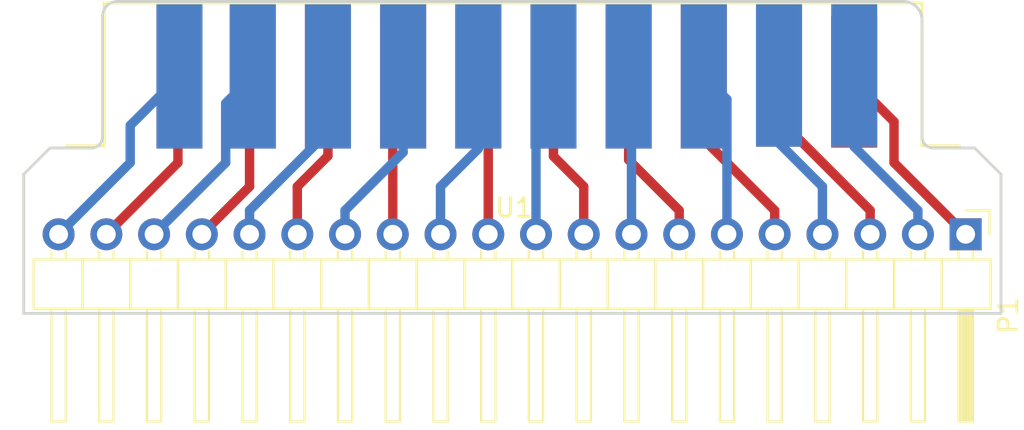
<source format=kicad_pcb>
(kicad_pcb (version 4) (host pcbnew 4.0.4-stable)

  (general
    (links 20)
    (no_connects 0)
    (area 121.215 85.204999 176.065 108.415001)
    (thickness 1.6)
    (drawings 15)
    (tracks 56)
    (zones 0)
    (modules 2)
    (nets 21)
  )

  (page A4)
  (layers
    (0 F.Cu signal)
    (31 B.Cu signal)
    (32 B.Adhes user)
    (33 F.Adhes user)
    (34 B.Paste user)
    (35 F.Paste user)
    (36 B.SilkS user)
    (37 F.SilkS user)
    (38 B.Mask user)
    (39 F.Mask user)
    (40 Dwgs.User user)
    (41 Cmts.User user)
    (42 Eco1.User user)
    (43 Eco2.User user)
    (44 Edge.Cuts user)
    (45 Margin user)
    (46 B.CrtYd user)
    (47 F.CrtYd user)
    (48 B.Fab user)
    (49 F.Fab user)
  )

  (setup
    (last_trace_width 0.5)
    (trace_clearance 0.2)
    (zone_clearance 0.508)
    (zone_45_only no)
    (trace_min 0.2)
    (segment_width 0.2)
    (edge_width 0.15)
    (via_size 0.6)
    (via_drill 0.4)
    (via_min_size 0.4)
    (via_min_drill 0.3)
    (uvia_size 0.3)
    (uvia_drill 0.1)
    (uvias_allowed no)
    (uvia_min_size 0.2)
    (uvia_min_drill 0.1)
    (pcb_text_width 0.3)
    (pcb_text_size 1.5 1.5)
    (mod_edge_width 0.15)
    (mod_text_size 1 1)
    (mod_text_width 0.15)
    (pad_size 1.524 1.524)
    (pad_drill 0.762)
    (pad_to_mask_clearance 0.2)
    (aux_axis_origin 0 0)
    (visible_elements FFFFFF7F)
    (pcbplotparams
      (layerselection 0x01000_80000001)
      (usegerberextensions false)
      (excludeedgelayer true)
      (linewidth 0.100000)
      (plotframeref false)
      (viasonmask false)
      (mode 1)
      (useauxorigin false)
      (hpglpennumber 1)
      (hpglpenspeed 20)
      (hpglpendiameter 15)
      (hpglpenoverlay 2)
      (psnegative false)
      (psa4output false)
      (plotreference true)
      (plotvalue true)
      (plotinvisibletext false)
      (padsonsilk false)
      (subtractmaskfromsilk false)
      (outputformat 1)
      (mirror false)
      (drillshape 0)
      (scaleselection 1)
      (outputdirectory CardEdge_BreadboardBreakout/))
  )

  (net 0 "")
  (net 1 "Net-(P1-Pad1)")
  (net 2 "Net-(P1-Pad2)")
  (net 3 "Net-(P1-Pad3)")
  (net 4 "Net-(P1-Pad4)")
  (net 5 "Net-(P1-Pad5)")
  (net 6 "Net-(P1-Pad6)")
  (net 7 "Net-(P1-Pad7)")
  (net 8 "Net-(P1-Pad8)")
  (net 9 "Net-(P1-Pad9)")
  (net 10 "Net-(P1-Pad10)")
  (net 11 "Net-(P1-Pad11)")
  (net 12 "Net-(P1-Pad12)")
  (net 13 "Net-(P1-Pad13)")
  (net 14 "Net-(P1-Pad14)")
  (net 15 "Net-(P1-Pad15)")
  (net 16 "Net-(P1-Pad16)")
  (net 17 "Net-(P1-Pad17)")
  (net 18 "Net-(P1-Pad18)")
  (net 19 "Net-(P1-Pad19)")
  (net 20 "Net-(P1-Pad20)")

  (net_class Default "This is the default net class."
    (clearance 0.2)
    (trace_width 0.5)
    (via_dia 0.6)
    (via_drill 0.4)
    (uvia_dia 0.3)
    (uvia_drill 0.1)
    (add_net "Net-(P1-Pad1)")
    (add_net "Net-(P1-Pad10)")
    (add_net "Net-(P1-Pad11)")
    (add_net "Net-(P1-Pad12)")
    (add_net "Net-(P1-Pad13)")
    (add_net "Net-(P1-Pad14)")
    (add_net "Net-(P1-Pad15)")
    (add_net "Net-(P1-Pad16)")
    (add_net "Net-(P1-Pad17)")
    (add_net "Net-(P1-Pad18)")
    (add_net "Net-(P1-Pad19)")
    (add_net "Net-(P1-Pad2)")
    (add_net "Net-(P1-Pad20)")
    (add_net "Net-(P1-Pad3)")
    (add_net "Net-(P1-Pad4)")
    (add_net "Net-(P1-Pad5)")
    (add_net "Net-(P1-Pad6)")
    (add_net "Net-(P1-Pad7)")
    (add_net "Net-(P1-Pad8)")
    (add_net "Net-(P1-Pad9)")
  )

  (module Pin_Headers:Pin_Header_Angled_1x20_Pitch2.54mm (layer F.Cu) (tedit 58CD4EC2) (tstamp 591A2548)
    (at 172.72 97.79 270)
    (descr "Through hole angled pin header, 1x20, 2.54mm pitch, 6mm pin length, single row")
    (tags "Through hole angled pin header THT 1x20 2.54mm single row")
    (path /591A2C6B)
    (fp_text reference P1 (at 4.315 -2.27 270) (layer F.SilkS)
      (effects (font (size 1 1) (thickness 0.15)))
    )
    (fp_text value CONN_01X20 (at 4.315 50.53 270) (layer F.Fab)
      (effects (font (size 1 1) (thickness 0.15)))
    )
    (fp_line (start 1.4 -1.27) (end 1.4 1.27) (layer F.Fab) (width 0.1))
    (fp_line (start 1.4 1.27) (end 3.9 1.27) (layer F.Fab) (width 0.1))
    (fp_line (start 3.9 1.27) (end 3.9 -1.27) (layer F.Fab) (width 0.1))
    (fp_line (start 3.9 -1.27) (end 1.4 -1.27) (layer F.Fab) (width 0.1))
    (fp_line (start 0 -0.32) (end 0 0.32) (layer F.Fab) (width 0.1))
    (fp_line (start 0 0.32) (end 9.9 0.32) (layer F.Fab) (width 0.1))
    (fp_line (start 9.9 0.32) (end 9.9 -0.32) (layer F.Fab) (width 0.1))
    (fp_line (start 9.9 -0.32) (end 0 -0.32) (layer F.Fab) (width 0.1))
    (fp_line (start 1.4 1.27) (end 1.4 3.81) (layer F.Fab) (width 0.1))
    (fp_line (start 1.4 3.81) (end 3.9 3.81) (layer F.Fab) (width 0.1))
    (fp_line (start 3.9 3.81) (end 3.9 1.27) (layer F.Fab) (width 0.1))
    (fp_line (start 3.9 1.27) (end 1.4 1.27) (layer F.Fab) (width 0.1))
    (fp_line (start 0 2.22) (end 0 2.86) (layer F.Fab) (width 0.1))
    (fp_line (start 0 2.86) (end 9.9 2.86) (layer F.Fab) (width 0.1))
    (fp_line (start 9.9 2.86) (end 9.9 2.22) (layer F.Fab) (width 0.1))
    (fp_line (start 9.9 2.22) (end 0 2.22) (layer F.Fab) (width 0.1))
    (fp_line (start 1.4 3.81) (end 1.4 6.35) (layer F.Fab) (width 0.1))
    (fp_line (start 1.4 6.35) (end 3.9 6.35) (layer F.Fab) (width 0.1))
    (fp_line (start 3.9 6.35) (end 3.9 3.81) (layer F.Fab) (width 0.1))
    (fp_line (start 3.9 3.81) (end 1.4 3.81) (layer F.Fab) (width 0.1))
    (fp_line (start 0 4.76) (end 0 5.4) (layer F.Fab) (width 0.1))
    (fp_line (start 0 5.4) (end 9.9 5.4) (layer F.Fab) (width 0.1))
    (fp_line (start 9.9 5.4) (end 9.9 4.76) (layer F.Fab) (width 0.1))
    (fp_line (start 9.9 4.76) (end 0 4.76) (layer F.Fab) (width 0.1))
    (fp_line (start 1.4 6.35) (end 1.4 8.89) (layer F.Fab) (width 0.1))
    (fp_line (start 1.4 8.89) (end 3.9 8.89) (layer F.Fab) (width 0.1))
    (fp_line (start 3.9 8.89) (end 3.9 6.35) (layer F.Fab) (width 0.1))
    (fp_line (start 3.9 6.35) (end 1.4 6.35) (layer F.Fab) (width 0.1))
    (fp_line (start 0 7.3) (end 0 7.94) (layer F.Fab) (width 0.1))
    (fp_line (start 0 7.94) (end 9.9 7.94) (layer F.Fab) (width 0.1))
    (fp_line (start 9.9 7.94) (end 9.9 7.3) (layer F.Fab) (width 0.1))
    (fp_line (start 9.9 7.3) (end 0 7.3) (layer F.Fab) (width 0.1))
    (fp_line (start 1.4 8.89) (end 1.4 11.43) (layer F.Fab) (width 0.1))
    (fp_line (start 1.4 11.43) (end 3.9 11.43) (layer F.Fab) (width 0.1))
    (fp_line (start 3.9 11.43) (end 3.9 8.89) (layer F.Fab) (width 0.1))
    (fp_line (start 3.9 8.89) (end 1.4 8.89) (layer F.Fab) (width 0.1))
    (fp_line (start 0 9.84) (end 0 10.48) (layer F.Fab) (width 0.1))
    (fp_line (start 0 10.48) (end 9.9 10.48) (layer F.Fab) (width 0.1))
    (fp_line (start 9.9 10.48) (end 9.9 9.84) (layer F.Fab) (width 0.1))
    (fp_line (start 9.9 9.84) (end 0 9.84) (layer F.Fab) (width 0.1))
    (fp_line (start 1.4 11.43) (end 1.4 13.97) (layer F.Fab) (width 0.1))
    (fp_line (start 1.4 13.97) (end 3.9 13.97) (layer F.Fab) (width 0.1))
    (fp_line (start 3.9 13.97) (end 3.9 11.43) (layer F.Fab) (width 0.1))
    (fp_line (start 3.9 11.43) (end 1.4 11.43) (layer F.Fab) (width 0.1))
    (fp_line (start 0 12.38) (end 0 13.02) (layer F.Fab) (width 0.1))
    (fp_line (start 0 13.02) (end 9.9 13.02) (layer F.Fab) (width 0.1))
    (fp_line (start 9.9 13.02) (end 9.9 12.38) (layer F.Fab) (width 0.1))
    (fp_line (start 9.9 12.38) (end 0 12.38) (layer F.Fab) (width 0.1))
    (fp_line (start 1.4 13.97) (end 1.4 16.51) (layer F.Fab) (width 0.1))
    (fp_line (start 1.4 16.51) (end 3.9 16.51) (layer F.Fab) (width 0.1))
    (fp_line (start 3.9 16.51) (end 3.9 13.97) (layer F.Fab) (width 0.1))
    (fp_line (start 3.9 13.97) (end 1.4 13.97) (layer F.Fab) (width 0.1))
    (fp_line (start 0 14.92) (end 0 15.56) (layer F.Fab) (width 0.1))
    (fp_line (start 0 15.56) (end 9.9 15.56) (layer F.Fab) (width 0.1))
    (fp_line (start 9.9 15.56) (end 9.9 14.92) (layer F.Fab) (width 0.1))
    (fp_line (start 9.9 14.92) (end 0 14.92) (layer F.Fab) (width 0.1))
    (fp_line (start 1.4 16.51) (end 1.4 19.05) (layer F.Fab) (width 0.1))
    (fp_line (start 1.4 19.05) (end 3.9 19.05) (layer F.Fab) (width 0.1))
    (fp_line (start 3.9 19.05) (end 3.9 16.51) (layer F.Fab) (width 0.1))
    (fp_line (start 3.9 16.51) (end 1.4 16.51) (layer F.Fab) (width 0.1))
    (fp_line (start 0 17.46) (end 0 18.1) (layer F.Fab) (width 0.1))
    (fp_line (start 0 18.1) (end 9.9 18.1) (layer F.Fab) (width 0.1))
    (fp_line (start 9.9 18.1) (end 9.9 17.46) (layer F.Fab) (width 0.1))
    (fp_line (start 9.9 17.46) (end 0 17.46) (layer F.Fab) (width 0.1))
    (fp_line (start 1.4 19.05) (end 1.4 21.59) (layer F.Fab) (width 0.1))
    (fp_line (start 1.4 21.59) (end 3.9 21.59) (layer F.Fab) (width 0.1))
    (fp_line (start 3.9 21.59) (end 3.9 19.05) (layer F.Fab) (width 0.1))
    (fp_line (start 3.9 19.05) (end 1.4 19.05) (layer F.Fab) (width 0.1))
    (fp_line (start 0 20) (end 0 20.64) (layer F.Fab) (width 0.1))
    (fp_line (start 0 20.64) (end 9.9 20.64) (layer F.Fab) (width 0.1))
    (fp_line (start 9.9 20.64) (end 9.9 20) (layer F.Fab) (width 0.1))
    (fp_line (start 9.9 20) (end 0 20) (layer F.Fab) (width 0.1))
    (fp_line (start 1.4 21.59) (end 1.4 24.13) (layer F.Fab) (width 0.1))
    (fp_line (start 1.4 24.13) (end 3.9 24.13) (layer F.Fab) (width 0.1))
    (fp_line (start 3.9 24.13) (end 3.9 21.59) (layer F.Fab) (width 0.1))
    (fp_line (start 3.9 21.59) (end 1.4 21.59) (layer F.Fab) (width 0.1))
    (fp_line (start 0 22.54) (end 0 23.18) (layer F.Fab) (width 0.1))
    (fp_line (start 0 23.18) (end 9.9 23.18) (layer F.Fab) (width 0.1))
    (fp_line (start 9.9 23.18) (end 9.9 22.54) (layer F.Fab) (width 0.1))
    (fp_line (start 9.9 22.54) (end 0 22.54) (layer F.Fab) (width 0.1))
    (fp_line (start 1.4 24.13) (end 1.4 26.67) (layer F.Fab) (width 0.1))
    (fp_line (start 1.4 26.67) (end 3.9 26.67) (layer F.Fab) (width 0.1))
    (fp_line (start 3.9 26.67) (end 3.9 24.13) (layer F.Fab) (width 0.1))
    (fp_line (start 3.9 24.13) (end 1.4 24.13) (layer F.Fab) (width 0.1))
    (fp_line (start 0 25.08) (end 0 25.72) (layer F.Fab) (width 0.1))
    (fp_line (start 0 25.72) (end 9.9 25.72) (layer F.Fab) (width 0.1))
    (fp_line (start 9.9 25.72) (end 9.9 25.08) (layer F.Fab) (width 0.1))
    (fp_line (start 9.9 25.08) (end 0 25.08) (layer F.Fab) (width 0.1))
    (fp_line (start 1.4 26.67) (end 1.4 29.21) (layer F.Fab) (width 0.1))
    (fp_line (start 1.4 29.21) (end 3.9 29.21) (layer F.Fab) (width 0.1))
    (fp_line (start 3.9 29.21) (end 3.9 26.67) (layer F.Fab) (width 0.1))
    (fp_line (start 3.9 26.67) (end 1.4 26.67) (layer F.Fab) (width 0.1))
    (fp_line (start 0 27.62) (end 0 28.26) (layer F.Fab) (width 0.1))
    (fp_line (start 0 28.26) (end 9.9 28.26) (layer F.Fab) (width 0.1))
    (fp_line (start 9.9 28.26) (end 9.9 27.62) (layer F.Fab) (width 0.1))
    (fp_line (start 9.9 27.62) (end 0 27.62) (layer F.Fab) (width 0.1))
    (fp_line (start 1.4 29.21) (end 1.4 31.75) (layer F.Fab) (width 0.1))
    (fp_line (start 1.4 31.75) (end 3.9 31.75) (layer F.Fab) (width 0.1))
    (fp_line (start 3.9 31.75) (end 3.9 29.21) (layer F.Fab) (width 0.1))
    (fp_line (start 3.9 29.21) (end 1.4 29.21) (layer F.Fab) (width 0.1))
    (fp_line (start 0 30.16) (end 0 30.8) (layer F.Fab) (width 0.1))
    (fp_line (start 0 30.8) (end 9.9 30.8) (layer F.Fab) (width 0.1))
    (fp_line (start 9.9 30.8) (end 9.9 30.16) (layer F.Fab) (width 0.1))
    (fp_line (start 9.9 30.16) (end 0 30.16) (layer F.Fab) (width 0.1))
    (fp_line (start 1.4 31.75) (end 1.4 34.29) (layer F.Fab) (width 0.1))
    (fp_line (start 1.4 34.29) (end 3.9 34.29) (layer F.Fab) (width 0.1))
    (fp_line (start 3.9 34.29) (end 3.9 31.75) (layer F.Fab) (width 0.1))
    (fp_line (start 3.9 31.75) (end 1.4 31.75) (layer F.Fab) (width 0.1))
    (fp_line (start 0 32.7) (end 0 33.34) (layer F.Fab) (width 0.1))
    (fp_line (start 0 33.34) (end 9.9 33.34) (layer F.Fab) (width 0.1))
    (fp_line (start 9.9 33.34) (end 9.9 32.7) (layer F.Fab) (width 0.1))
    (fp_line (start 9.9 32.7) (end 0 32.7) (layer F.Fab) (width 0.1))
    (fp_line (start 1.4 34.29) (end 1.4 36.83) (layer F.Fab) (width 0.1))
    (fp_line (start 1.4 36.83) (end 3.9 36.83) (layer F.Fab) (width 0.1))
    (fp_line (start 3.9 36.83) (end 3.9 34.29) (layer F.Fab) (width 0.1))
    (fp_line (start 3.9 34.29) (end 1.4 34.29) (layer F.Fab) (width 0.1))
    (fp_line (start 0 35.24) (end 0 35.88) (layer F.Fab) (width 0.1))
    (fp_line (start 0 35.88) (end 9.9 35.88) (layer F.Fab) (width 0.1))
    (fp_line (start 9.9 35.88) (end 9.9 35.24) (layer F.Fab) (width 0.1))
    (fp_line (start 9.9 35.24) (end 0 35.24) (layer F.Fab) (width 0.1))
    (fp_line (start 1.4 36.83) (end 1.4 39.37) (layer F.Fab) (width 0.1))
    (fp_line (start 1.4 39.37) (end 3.9 39.37) (layer F.Fab) (width 0.1))
    (fp_line (start 3.9 39.37) (end 3.9 36.83) (layer F.Fab) (width 0.1))
    (fp_line (start 3.9 36.83) (end 1.4 36.83) (layer F.Fab) (width 0.1))
    (fp_line (start 0 37.78) (end 0 38.42) (layer F.Fab) (width 0.1))
    (fp_line (start 0 38.42) (end 9.9 38.42) (layer F.Fab) (width 0.1))
    (fp_line (start 9.9 38.42) (end 9.9 37.78) (layer F.Fab) (width 0.1))
    (fp_line (start 9.9 37.78) (end 0 37.78) (layer F.Fab) (width 0.1))
    (fp_line (start 1.4 39.37) (end 1.4 41.91) (layer F.Fab) (width 0.1))
    (fp_line (start 1.4 41.91) (end 3.9 41.91) (layer F.Fab) (width 0.1))
    (fp_line (start 3.9 41.91) (end 3.9 39.37) (layer F.Fab) (width 0.1))
    (fp_line (start 3.9 39.37) (end 1.4 39.37) (layer F.Fab) (width 0.1))
    (fp_line (start 0 40.32) (end 0 40.96) (layer F.Fab) (width 0.1))
    (fp_line (start 0 40.96) (end 9.9 40.96) (layer F.Fab) (width 0.1))
    (fp_line (start 9.9 40.96) (end 9.9 40.32) (layer F.Fab) (width 0.1))
    (fp_line (start 9.9 40.32) (end 0 40.32) (layer F.Fab) (width 0.1))
    (fp_line (start 1.4 41.91) (end 1.4 44.45) (layer F.Fab) (width 0.1))
    (fp_line (start 1.4 44.45) (end 3.9 44.45) (layer F.Fab) (width 0.1))
    (fp_line (start 3.9 44.45) (end 3.9 41.91) (layer F.Fab) (width 0.1))
    (fp_line (start 3.9 41.91) (end 1.4 41.91) (layer F.Fab) (width 0.1))
    (fp_line (start 0 42.86) (end 0 43.5) (layer F.Fab) (width 0.1))
    (fp_line (start 0 43.5) (end 9.9 43.5) (layer F.Fab) (width 0.1))
    (fp_line (start 9.9 43.5) (end 9.9 42.86) (layer F.Fab) (width 0.1))
    (fp_line (start 9.9 42.86) (end 0 42.86) (layer F.Fab) (width 0.1))
    (fp_line (start 1.4 44.45) (end 1.4 46.99) (layer F.Fab) (width 0.1))
    (fp_line (start 1.4 46.99) (end 3.9 46.99) (layer F.Fab) (width 0.1))
    (fp_line (start 3.9 46.99) (end 3.9 44.45) (layer F.Fab) (width 0.1))
    (fp_line (start 3.9 44.45) (end 1.4 44.45) (layer F.Fab) (width 0.1))
    (fp_line (start 0 45.4) (end 0 46.04) (layer F.Fab) (width 0.1))
    (fp_line (start 0 46.04) (end 9.9 46.04) (layer F.Fab) (width 0.1))
    (fp_line (start 9.9 46.04) (end 9.9 45.4) (layer F.Fab) (width 0.1))
    (fp_line (start 9.9 45.4) (end 0 45.4) (layer F.Fab) (width 0.1))
    (fp_line (start 1.4 46.99) (end 1.4 49.53) (layer F.Fab) (width 0.1))
    (fp_line (start 1.4 49.53) (end 3.9 49.53) (layer F.Fab) (width 0.1))
    (fp_line (start 3.9 49.53) (end 3.9 46.99) (layer F.Fab) (width 0.1))
    (fp_line (start 3.9 46.99) (end 1.4 46.99) (layer F.Fab) (width 0.1))
    (fp_line (start 0 47.94) (end 0 48.58) (layer F.Fab) (width 0.1))
    (fp_line (start 0 48.58) (end 9.9 48.58) (layer F.Fab) (width 0.1))
    (fp_line (start 9.9 48.58) (end 9.9 47.94) (layer F.Fab) (width 0.1))
    (fp_line (start 9.9 47.94) (end 0 47.94) (layer F.Fab) (width 0.1))
    (fp_line (start 1.34 -1.33) (end 1.34 1.27) (layer F.SilkS) (width 0.12))
    (fp_line (start 1.34 1.27) (end 3.96 1.27) (layer F.SilkS) (width 0.12))
    (fp_line (start 3.96 1.27) (end 3.96 -1.33) (layer F.SilkS) (width 0.12))
    (fp_line (start 3.96 -1.33) (end 1.34 -1.33) (layer F.SilkS) (width 0.12))
    (fp_line (start 3.96 -0.38) (end 3.96 0.38) (layer F.SilkS) (width 0.12))
    (fp_line (start 3.96 0.38) (end 9.96 0.38) (layer F.SilkS) (width 0.12))
    (fp_line (start 9.96 0.38) (end 9.96 -0.38) (layer F.SilkS) (width 0.12))
    (fp_line (start 9.96 -0.38) (end 3.96 -0.38) (layer F.SilkS) (width 0.12))
    (fp_line (start 0.91 -0.38) (end 1.34 -0.38) (layer F.SilkS) (width 0.12))
    (fp_line (start 0.91 0.38) (end 1.34 0.38) (layer F.SilkS) (width 0.12))
    (fp_line (start 3.96 -0.26) (end 9.96 -0.26) (layer F.SilkS) (width 0.12))
    (fp_line (start 3.96 -0.14) (end 9.96 -0.14) (layer F.SilkS) (width 0.12))
    (fp_line (start 3.96 -0.02) (end 9.96 -0.02) (layer F.SilkS) (width 0.12))
    (fp_line (start 3.96 0.1) (end 9.96 0.1) (layer F.SilkS) (width 0.12))
    (fp_line (start 3.96 0.22) (end 9.96 0.22) (layer F.SilkS) (width 0.12))
    (fp_line (start 3.96 0.34) (end 9.96 0.34) (layer F.SilkS) (width 0.12))
    (fp_line (start 1.34 1.27) (end 1.34 3.81) (layer F.SilkS) (width 0.12))
    (fp_line (start 1.34 3.81) (end 3.96 3.81) (layer F.SilkS) (width 0.12))
    (fp_line (start 3.96 3.81) (end 3.96 1.27) (layer F.SilkS) (width 0.12))
    (fp_line (start 3.96 1.27) (end 1.34 1.27) (layer F.SilkS) (width 0.12))
    (fp_line (start 3.96 2.16) (end 3.96 2.92) (layer F.SilkS) (width 0.12))
    (fp_line (start 3.96 2.92) (end 9.96 2.92) (layer F.SilkS) (width 0.12))
    (fp_line (start 9.96 2.92) (end 9.96 2.16) (layer F.SilkS) (width 0.12))
    (fp_line (start 9.96 2.16) (end 3.96 2.16) (layer F.SilkS) (width 0.12))
    (fp_line (start 0.91 2.16) (end 1.34 2.16) (layer F.SilkS) (width 0.12))
    (fp_line (start 0.91 2.92) (end 1.34 2.92) (layer F.SilkS) (width 0.12))
    (fp_line (start 1.34 3.81) (end 1.34 6.35) (layer F.SilkS) (width 0.12))
    (fp_line (start 1.34 6.35) (end 3.96 6.35) (layer F.SilkS) (width 0.12))
    (fp_line (start 3.96 6.35) (end 3.96 3.81) (layer F.SilkS) (width 0.12))
    (fp_line (start 3.96 3.81) (end 1.34 3.81) (layer F.SilkS) (width 0.12))
    (fp_line (start 3.96 4.7) (end 3.96 5.46) (layer F.SilkS) (width 0.12))
    (fp_line (start 3.96 5.46) (end 9.96 5.46) (layer F.SilkS) (width 0.12))
    (fp_line (start 9.96 5.46) (end 9.96 4.7) (layer F.SilkS) (width 0.12))
    (fp_line (start 9.96 4.7) (end 3.96 4.7) (layer F.SilkS) (width 0.12))
    (fp_line (start 0.91 4.7) (end 1.34 4.7) (layer F.SilkS) (width 0.12))
    (fp_line (start 0.91 5.46) (end 1.34 5.46) (layer F.SilkS) (width 0.12))
    (fp_line (start 1.34 6.35) (end 1.34 8.89) (layer F.SilkS) (width 0.12))
    (fp_line (start 1.34 8.89) (end 3.96 8.89) (layer F.SilkS) (width 0.12))
    (fp_line (start 3.96 8.89) (end 3.96 6.35) (layer F.SilkS) (width 0.12))
    (fp_line (start 3.96 6.35) (end 1.34 6.35) (layer F.SilkS) (width 0.12))
    (fp_line (start 3.96 7.24) (end 3.96 8) (layer F.SilkS) (width 0.12))
    (fp_line (start 3.96 8) (end 9.96 8) (layer F.SilkS) (width 0.12))
    (fp_line (start 9.96 8) (end 9.96 7.24) (layer F.SilkS) (width 0.12))
    (fp_line (start 9.96 7.24) (end 3.96 7.24) (layer F.SilkS) (width 0.12))
    (fp_line (start 0.91 7.24) (end 1.34 7.24) (layer F.SilkS) (width 0.12))
    (fp_line (start 0.91 8) (end 1.34 8) (layer F.SilkS) (width 0.12))
    (fp_line (start 1.34 8.89) (end 1.34 11.43) (layer F.SilkS) (width 0.12))
    (fp_line (start 1.34 11.43) (end 3.96 11.43) (layer F.SilkS) (width 0.12))
    (fp_line (start 3.96 11.43) (end 3.96 8.89) (layer F.SilkS) (width 0.12))
    (fp_line (start 3.96 8.89) (end 1.34 8.89) (layer F.SilkS) (width 0.12))
    (fp_line (start 3.96 9.78) (end 3.96 10.54) (layer F.SilkS) (width 0.12))
    (fp_line (start 3.96 10.54) (end 9.96 10.54) (layer F.SilkS) (width 0.12))
    (fp_line (start 9.96 10.54) (end 9.96 9.78) (layer F.SilkS) (width 0.12))
    (fp_line (start 9.96 9.78) (end 3.96 9.78) (layer F.SilkS) (width 0.12))
    (fp_line (start 0.91 9.78) (end 1.34 9.78) (layer F.SilkS) (width 0.12))
    (fp_line (start 0.91 10.54) (end 1.34 10.54) (layer F.SilkS) (width 0.12))
    (fp_line (start 1.34 11.43) (end 1.34 13.97) (layer F.SilkS) (width 0.12))
    (fp_line (start 1.34 13.97) (end 3.96 13.97) (layer F.SilkS) (width 0.12))
    (fp_line (start 3.96 13.97) (end 3.96 11.43) (layer F.SilkS) (width 0.12))
    (fp_line (start 3.96 11.43) (end 1.34 11.43) (layer F.SilkS) (width 0.12))
    (fp_line (start 3.96 12.32) (end 3.96 13.08) (layer F.SilkS) (width 0.12))
    (fp_line (start 3.96 13.08) (end 9.96 13.08) (layer F.SilkS) (width 0.12))
    (fp_line (start 9.96 13.08) (end 9.96 12.32) (layer F.SilkS) (width 0.12))
    (fp_line (start 9.96 12.32) (end 3.96 12.32) (layer F.SilkS) (width 0.12))
    (fp_line (start 0.91 12.32) (end 1.34 12.32) (layer F.SilkS) (width 0.12))
    (fp_line (start 0.91 13.08) (end 1.34 13.08) (layer F.SilkS) (width 0.12))
    (fp_line (start 1.34 13.97) (end 1.34 16.51) (layer F.SilkS) (width 0.12))
    (fp_line (start 1.34 16.51) (end 3.96 16.51) (layer F.SilkS) (width 0.12))
    (fp_line (start 3.96 16.51) (end 3.96 13.97) (layer F.SilkS) (width 0.12))
    (fp_line (start 3.96 13.97) (end 1.34 13.97) (layer F.SilkS) (width 0.12))
    (fp_line (start 3.96 14.86) (end 3.96 15.62) (layer F.SilkS) (width 0.12))
    (fp_line (start 3.96 15.62) (end 9.96 15.62) (layer F.SilkS) (width 0.12))
    (fp_line (start 9.96 15.62) (end 9.96 14.86) (layer F.SilkS) (width 0.12))
    (fp_line (start 9.96 14.86) (end 3.96 14.86) (layer F.SilkS) (width 0.12))
    (fp_line (start 0.91 14.86) (end 1.34 14.86) (layer F.SilkS) (width 0.12))
    (fp_line (start 0.91 15.62) (end 1.34 15.62) (layer F.SilkS) (width 0.12))
    (fp_line (start 1.34 16.51) (end 1.34 19.05) (layer F.SilkS) (width 0.12))
    (fp_line (start 1.34 19.05) (end 3.96 19.05) (layer F.SilkS) (width 0.12))
    (fp_line (start 3.96 19.05) (end 3.96 16.51) (layer F.SilkS) (width 0.12))
    (fp_line (start 3.96 16.51) (end 1.34 16.51) (layer F.SilkS) (width 0.12))
    (fp_line (start 3.96 17.4) (end 3.96 18.16) (layer F.SilkS) (width 0.12))
    (fp_line (start 3.96 18.16) (end 9.96 18.16) (layer F.SilkS) (width 0.12))
    (fp_line (start 9.96 18.16) (end 9.96 17.4) (layer F.SilkS) (width 0.12))
    (fp_line (start 9.96 17.4) (end 3.96 17.4) (layer F.SilkS) (width 0.12))
    (fp_line (start 0.91 17.4) (end 1.34 17.4) (layer F.SilkS) (width 0.12))
    (fp_line (start 0.91 18.16) (end 1.34 18.16) (layer F.SilkS) (width 0.12))
    (fp_line (start 1.34 19.05) (end 1.34 21.59) (layer F.SilkS) (width 0.12))
    (fp_line (start 1.34 21.59) (end 3.96 21.59) (layer F.SilkS) (width 0.12))
    (fp_line (start 3.96 21.59) (end 3.96 19.05) (layer F.SilkS) (width 0.12))
    (fp_line (start 3.96 19.05) (end 1.34 19.05) (layer F.SilkS) (width 0.12))
    (fp_line (start 3.96 19.94) (end 3.96 20.7) (layer F.SilkS) (width 0.12))
    (fp_line (start 3.96 20.7) (end 9.96 20.7) (layer F.SilkS) (width 0.12))
    (fp_line (start 9.96 20.7) (end 9.96 19.94) (layer F.SilkS) (width 0.12))
    (fp_line (start 9.96 19.94) (end 3.96 19.94) (layer F.SilkS) (width 0.12))
    (fp_line (start 0.91 19.94) (end 1.34 19.94) (layer F.SilkS) (width 0.12))
    (fp_line (start 0.91 20.7) (end 1.34 20.7) (layer F.SilkS) (width 0.12))
    (fp_line (start 1.34 21.59) (end 1.34 24.13) (layer F.SilkS) (width 0.12))
    (fp_line (start 1.34 24.13) (end 3.96 24.13) (layer F.SilkS) (width 0.12))
    (fp_line (start 3.96 24.13) (end 3.96 21.59) (layer F.SilkS) (width 0.12))
    (fp_line (start 3.96 21.59) (end 1.34 21.59) (layer F.SilkS) (width 0.12))
    (fp_line (start 3.96 22.48) (end 3.96 23.24) (layer F.SilkS) (width 0.12))
    (fp_line (start 3.96 23.24) (end 9.96 23.24) (layer F.SilkS) (width 0.12))
    (fp_line (start 9.96 23.24) (end 9.96 22.48) (layer F.SilkS) (width 0.12))
    (fp_line (start 9.96 22.48) (end 3.96 22.48) (layer F.SilkS) (width 0.12))
    (fp_line (start 0.91 22.48) (end 1.34 22.48) (layer F.SilkS) (width 0.12))
    (fp_line (start 0.91 23.24) (end 1.34 23.24) (layer F.SilkS) (width 0.12))
    (fp_line (start 1.34 24.13) (end 1.34 26.67) (layer F.SilkS) (width 0.12))
    (fp_line (start 1.34 26.67) (end 3.96 26.67) (layer F.SilkS) (width 0.12))
    (fp_line (start 3.96 26.67) (end 3.96 24.13) (layer F.SilkS) (width 0.12))
    (fp_line (start 3.96 24.13) (end 1.34 24.13) (layer F.SilkS) (width 0.12))
    (fp_line (start 3.96 25.02) (end 3.96 25.78) (layer F.SilkS) (width 0.12))
    (fp_line (start 3.96 25.78) (end 9.96 25.78) (layer F.SilkS) (width 0.12))
    (fp_line (start 9.96 25.78) (end 9.96 25.02) (layer F.SilkS) (width 0.12))
    (fp_line (start 9.96 25.02) (end 3.96 25.02) (layer F.SilkS) (width 0.12))
    (fp_line (start 0.91 25.02) (end 1.34 25.02) (layer F.SilkS) (width 0.12))
    (fp_line (start 0.91 25.78) (end 1.34 25.78) (layer F.SilkS) (width 0.12))
    (fp_line (start 1.34 26.67) (end 1.34 29.21) (layer F.SilkS) (width 0.12))
    (fp_line (start 1.34 29.21) (end 3.96 29.21) (layer F.SilkS) (width 0.12))
    (fp_line (start 3.96 29.21) (end 3.96 26.67) (layer F.SilkS) (width 0.12))
    (fp_line (start 3.96 26.67) (end 1.34 26.67) (layer F.SilkS) (width 0.12))
    (fp_line (start 3.96 27.56) (end 3.96 28.32) (layer F.SilkS) (width 0.12))
    (fp_line (start 3.96 28.32) (end 9.96 28.32) (layer F.SilkS) (width 0.12))
    (fp_line (start 9.96 28.32) (end 9.96 27.56) (layer F.SilkS) (width 0.12))
    (fp_line (start 9.96 27.56) (end 3.96 27.56) (layer F.SilkS) (width 0.12))
    (fp_line (start 0.91 27.56) (end 1.34 27.56) (layer F.SilkS) (width 0.12))
    (fp_line (start 0.91 28.32) (end 1.34 28.32) (layer F.SilkS) (width 0.12))
    (fp_line (start 1.34 29.21) (end 1.34 31.75) (layer F.SilkS) (width 0.12))
    (fp_line (start 1.34 31.75) (end 3.96 31.75) (layer F.SilkS) (width 0.12))
    (fp_line (start 3.96 31.75) (end 3.96 29.21) (layer F.SilkS) (width 0.12))
    (fp_line (start 3.96 29.21) (end 1.34 29.21) (layer F.SilkS) (width 0.12))
    (fp_line (start 3.96 30.1) (end 3.96 30.86) (layer F.SilkS) (width 0.12))
    (fp_line (start 3.96 30.86) (end 9.96 30.86) (layer F.SilkS) (width 0.12))
    (fp_line (start 9.96 30.86) (end 9.96 30.1) (layer F.SilkS) (width 0.12))
    (fp_line (start 9.96 30.1) (end 3.96 30.1) (layer F.SilkS) (width 0.12))
    (fp_line (start 0.91 30.1) (end 1.34 30.1) (layer F.SilkS) (width 0.12))
    (fp_line (start 0.91 30.86) (end 1.34 30.86) (layer F.SilkS) (width 0.12))
    (fp_line (start 1.34 31.75) (end 1.34 34.29) (layer F.SilkS) (width 0.12))
    (fp_line (start 1.34 34.29) (end 3.96 34.29) (layer F.SilkS) (width 0.12))
    (fp_line (start 3.96 34.29) (end 3.96 31.75) (layer F.SilkS) (width 0.12))
    (fp_line (start 3.96 31.75) (end 1.34 31.75) (layer F.SilkS) (width 0.12))
    (fp_line (start 3.96 32.64) (end 3.96 33.4) (layer F.SilkS) (width 0.12))
    (fp_line (start 3.96 33.4) (end 9.96 33.4) (layer F.SilkS) (width 0.12))
    (fp_line (start 9.96 33.4) (end 9.96 32.64) (layer F.SilkS) (width 0.12))
    (fp_line (start 9.96 32.64) (end 3.96 32.64) (layer F.SilkS) (width 0.12))
    (fp_line (start 0.91 32.64) (end 1.34 32.64) (layer F.SilkS) (width 0.12))
    (fp_line (start 0.91 33.4) (end 1.34 33.4) (layer F.SilkS) (width 0.12))
    (fp_line (start 1.34 34.29) (end 1.34 36.83) (layer F.SilkS) (width 0.12))
    (fp_line (start 1.34 36.83) (end 3.96 36.83) (layer F.SilkS) (width 0.12))
    (fp_line (start 3.96 36.83) (end 3.96 34.29) (layer F.SilkS) (width 0.12))
    (fp_line (start 3.96 34.29) (end 1.34 34.29) (layer F.SilkS) (width 0.12))
    (fp_line (start 3.96 35.18) (end 3.96 35.94) (layer F.SilkS) (width 0.12))
    (fp_line (start 3.96 35.94) (end 9.96 35.94) (layer F.SilkS) (width 0.12))
    (fp_line (start 9.96 35.94) (end 9.96 35.18) (layer F.SilkS) (width 0.12))
    (fp_line (start 9.96 35.18) (end 3.96 35.18) (layer F.SilkS) (width 0.12))
    (fp_line (start 0.91 35.18) (end 1.34 35.18) (layer F.SilkS) (width 0.12))
    (fp_line (start 0.91 35.94) (end 1.34 35.94) (layer F.SilkS) (width 0.12))
    (fp_line (start 1.34 36.83) (end 1.34 39.37) (layer F.SilkS) (width 0.12))
    (fp_line (start 1.34 39.37) (end 3.96 39.37) (layer F.SilkS) (width 0.12))
    (fp_line (start 3.96 39.37) (end 3.96 36.83) (layer F.SilkS) (width 0.12))
    (fp_line (start 3.96 36.83) (end 1.34 36.83) (layer F.SilkS) (width 0.12))
    (fp_line (start 3.96 37.72) (end 3.96 38.48) (layer F.SilkS) (width 0.12))
    (fp_line (start 3.96 38.48) (end 9.96 38.48) (layer F.SilkS) (width 0.12))
    (fp_line (start 9.96 38.48) (end 9.96 37.72) (layer F.SilkS) (width 0.12))
    (fp_line (start 9.96 37.72) (end 3.96 37.72) (layer F.SilkS) (width 0.12))
    (fp_line (start 0.91 37.72) (end 1.34 37.72) (layer F.SilkS) (width 0.12))
    (fp_line (start 0.91 38.48) (end 1.34 38.48) (layer F.SilkS) (width 0.12))
    (fp_line (start 1.34 39.37) (end 1.34 41.91) (layer F.SilkS) (width 0.12))
    (fp_line (start 1.34 41.91) (end 3.96 41.91) (layer F.SilkS) (width 0.12))
    (fp_line (start 3.96 41.91) (end 3.96 39.37) (layer F.SilkS) (width 0.12))
    (fp_line (start 3.96 39.37) (end 1.34 39.37) (layer F.SilkS) (width 0.12))
    (fp_line (start 3.96 40.26) (end 3.96 41.02) (layer F.SilkS) (width 0.12))
    (fp_line (start 3.96 41.02) (end 9.96 41.02) (layer F.SilkS) (width 0.12))
    (fp_line (start 9.96 41.02) (end 9.96 40.26) (layer F.SilkS) (width 0.12))
    (fp_line (start 9.96 40.26) (end 3.96 40.26) (layer F.SilkS) (width 0.12))
    (fp_line (start 0.91 40.26) (end 1.34 40.26) (layer F.SilkS) (width 0.12))
    (fp_line (start 0.91 41.02) (end 1.34 41.02) (layer F.SilkS) (width 0.12))
    (fp_line (start 1.34 41.91) (end 1.34 44.45) (layer F.SilkS) (width 0.12))
    (fp_line (start 1.34 44.45) (end 3.96 44.45) (layer F.SilkS) (width 0.12))
    (fp_line (start 3.96 44.45) (end 3.96 41.91) (layer F.SilkS) (width 0.12))
    (fp_line (start 3.96 41.91) (end 1.34 41.91) (layer F.SilkS) (width 0.12))
    (fp_line (start 3.96 42.8) (end 3.96 43.56) (layer F.SilkS) (width 0.12))
    (fp_line (start 3.96 43.56) (end 9.96 43.56) (layer F.SilkS) (width 0.12))
    (fp_line (start 9.96 43.56) (end 9.96 42.8) (layer F.SilkS) (width 0.12))
    (fp_line (start 9.96 42.8) (end 3.96 42.8) (layer F.SilkS) (width 0.12))
    (fp_line (start 0.91 42.8) (end 1.34 42.8) (layer F.SilkS) (width 0.12))
    (fp_line (start 0.91 43.56) (end 1.34 43.56) (layer F.SilkS) (width 0.12))
    (fp_line (start 1.34 44.45) (end 1.34 46.99) (layer F.SilkS) (width 0.12))
    (fp_line (start 1.34 46.99) (end 3.96 46.99) (layer F.SilkS) (width 0.12))
    (fp_line (start 3.96 46.99) (end 3.96 44.45) (layer F.SilkS) (width 0.12))
    (fp_line (start 3.96 44.45) (end 1.34 44.45) (layer F.SilkS) (width 0.12))
    (fp_line (start 3.96 45.34) (end 3.96 46.1) (layer F.SilkS) (width 0.12))
    (fp_line (start 3.96 46.1) (end 9.96 46.1) (layer F.SilkS) (width 0.12))
    (fp_line (start 9.96 46.1) (end 9.96 45.34) (layer F.SilkS) (width 0.12))
    (fp_line (start 9.96 45.34) (end 3.96 45.34) (layer F.SilkS) (width 0.12))
    (fp_line (start 0.91 45.34) (end 1.34 45.34) (layer F.SilkS) (width 0.12))
    (fp_line (start 0.91 46.1) (end 1.34 46.1) (layer F.SilkS) (width 0.12))
    (fp_line (start 1.34 46.99) (end 1.34 49.59) (layer F.SilkS) (width 0.12))
    (fp_line (start 1.34 49.59) (end 3.96 49.59) (layer F.SilkS) (width 0.12))
    (fp_line (start 3.96 49.59) (end 3.96 46.99) (layer F.SilkS) (width 0.12))
    (fp_line (start 3.96 46.99) (end 1.34 46.99) (layer F.SilkS) (width 0.12))
    (fp_line (start 3.96 47.88) (end 3.96 48.64) (layer F.SilkS) (width 0.12))
    (fp_line (start 3.96 48.64) (end 9.96 48.64) (layer F.SilkS) (width 0.12))
    (fp_line (start 9.96 48.64) (end 9.96 47.88) (layer F.SilkS) (width 0.12))
    (fp_line (start 9.96 47.88) (end 3.96 47.88) (layer F.SilkS) (width 0.12))
    (fp_line (start 0.91 47.88) (end 1.34 47.88) (layer F.SilkS) (width 0.12))
    (fp_line (start 0.91 48.64) (end 1.34 48.64) (layer F.SilkS) (width 0.12))
    (fp_line (start -1.27 0) (end -1.27 -1.27) (layer F.SilkS) (width 0.12))
    (fp_line (start -1.27 -1.27) (end 0 -1.27) (layer F.SilkS) (width 0.12))
    (fp_line (start -1.8 -1.8) (end -1.8 50.05) (layer F.CrtYd) (width 0.05))
    (fp_line (start -1.8 50.05) (end 10.4 50.05) (layer F.CrtYd) (width 0.05))
    (fp_line (start 10.4 50.05) (end 10.4 -1.8) (layer F.CrtYd) (width 0.05))
    (fp_line (start 10.4 -1.8) (end -1.8 -1.8) (layer F.CrtYd) (width 0.05))
    (fp_text user %R (at 4.315 -2.27 270) (layer F.Fab)
      (effects (font (size 1 1) (thickness 0.15)))
    )
    (pad 1 thru_hole rect (at 0 0 270) (size 1.7 1.7) (drill 1) (layers *.Cu *.Mask)
      (net 1 "Net-(P1-Pad1)"))
    (pad 2 thru_hole oval (at 0 2.54 270) (size 1.7 1.7) (drill 1) (layers *.Cu *.Mask)
      (net 2 "Net-(P1-Pad2)"))
    (pad 3 thru_hole oval (at 0 5.08 270) (size 1.7 1.7) (drill 1) (layers *.Cu *.Mask)
      (net 3 "Net-(P1-Pad3)"))
    (pad 4 thru_hole oval (at 0 7.62 270) (size 1.7 1.7) (drill 1) (layers *.Cu *.Mask)
      (net 4 "Net-(P1-Pad4)"))
    (pad 5 thru_hole oval (at 0 10.16 270) (size 1.7 1.7) (drill 1) (layers *.Cu *.Mask)
      (net 5 "Net-(P1-Pad5)"))
    (pad 6 thru_hole oval (at 0 12.7 270) (size 1.7 1.7) (drill 1) (layers *.Cu *.Mask)
      (net 6 "Net-(P1-Pad6)"))
    (pad 7 thru_hole oval (at 0 15.24 270) (size 1.7 1.7) (drill 1) (layers *.Cu *.Mask)
      (net 7 "Net-(P1-Pad7)"))
    (pad 8 thru_hole oval (at 0 17.78 270) (size 1.7 1.7) (drill 1) (layers *.Cu *.Mask)
      (net 8 "Net-(P1-Pad8)"))
    (pad 9 thru_hole oval (at 0 20.32 270) (size 1.7 1.7) (drill 1) (layers *.Cu *.Mask)
      (net 9 "Net-(P1-Pad9)"))
    (pad 10 thru_hole oval (at 0 22.86 270) (size 1.7 1.7) (drill 1) (layers *.Cu *.Mask)
      (net 10 "Net-(P1-Pad10)"))
    (pad 11 thru_hole oval (at 0 25.4 270) (size 1.7 1.7) (drill 1) (layers *.Cu *.Mask)
      (net 11 "Net-(P1-Pad11)"))
    (pad 12 thru_hole oval (at 0 27.94 270) (size 1.7 1.7) (drill 1) (layers *.Cu *.Mask)
      (net 12 "Net-(P1-Pad12)"))
    (pad 13 thru_hole oval (at 0 30.48 270) (size 1.7 1.7) (drill 1) (layers *.Cu *.Mask)
      (net 13 "Net-(P1-Pad13)"))
    (pad 14 thru_hole oval (at 0 33.02 270) (size 1.7 1.7) (drill 1) (layers *.Cu *.Mask)
      (net 14 "Net-(P1-Pad14)"))
    (pad 15 thru_hole oval (at 0 35.56 270) (size 1.7 1.7) (drill 1) (layers *.Cu *.Mask)
      (net 15 "Net-(P1-Pad15)"))
    (pad 16 thru_hole oval (at 0 38.1 270) (size 1.7 1.7) (drill 1) (layers *.Cu *.Mask)
      (net 16 "Net-(P1-Pad16)"))
    (pad 17 thru_hole oval (at 0 40.64 270) (size 1.7 1.7) (drill 1) (layers *.Cu *.Mask)
      (net 17 "Net-(P1-Pad17)"))
    (pad 18 thru_hole oval (at 0 43.18 270) (size 1.7 1.7) (drill 1) (layers *.Cu *.Mask)
      (net 18 "Net-(P1-Pad18)"))
    (pad 19 thru_hole oval (at 0 45.72 270) (size 1.7 1.7) (drill 1) (layers *.Cu *.Mask)
      (net 19 "Net-(P1-Pad19)"))
    (pad 20 thru_hole oval (at 0 48.26 270) (size 1.7 1.7) (drill 1) (layers *.Cu *.Mask)
      (net 20 "Net-(P1-Pad20)"))
    (model ${KISYS3DMOD}/Pin_Headers.3dshapes/Pin_Header_Angled_1x20_Pitch2.54mm.wrl
      (at (xyz 0 -0.95 0))
      (scale (xyz 1 1 1))
      (rotate (xyz 0 0 90))
    )
  )

  (module ControlOrSense:CardEdge_10x2 (layer F.Cu) (tedit 591A24B7) (tstamp 591A2560)
    (at 148.59 93.98)
    (path /591A3217)
    (fp_text reference U1 (at 0.1 2.4) (layer F.SilkS)
      (effects (font (size 1 1) (thickness 0.15)))
    )
    (fp_text value CardEdge_2x10 (at -0.1 0.6) (layer F.Fab)
      (effects (font (size 1 1) (thickness 0.15)))
    )
    (fp_line (start -21.7 -8.5) (end -21.7 -0.9) (layer F.SilkS) (width 0.15))
    (fp_line (start -21.7 -0.9) (end -23.7 -0.9) (layer F.SilkS) (width 0.15))
    (fp_line (start -21.7 -8.5) (end 21.8 -8.5) (layer F.SilkS) (width 0.15))
    (fp_line (start 21.8 -8.5) (end 21.8 -0.9) (layer F.SilkS) (width 0.15))
    (fp_line (start 21.8 -0.9) (end 23.8 -0.9) (layer F.SilkS) (width 0.15))
    (pad A smd rect (at -17.7 -4.6) (size 2.45 7.7) (layers F.Cu F.Paste F.Mask)
      (net 19 "Net-(P1-Pad19)"))
    (pad B smd rect (at -13.8 -4.6) (size 2.45 7.7) (layers F.Cu F.Paste F.Mask)
      (net 17 "Net-(P1-Pad17)"))
    (pad C smd rect (at -9.8 -4.6) (size 2.45 7.7) (layers F.Cu F.Paste F.Mask)
      (net 15 "Net-(P1-Pad15)"))
    (pad D smd rect (at -5.8 -4.6) (size 2.45 7.7) (layers F.Cu F.Paste F.Mask)
      (net 13 "Net-(P1-Pad13)"))
    (pad E smd rect (at -1.8 -4.6) (size 2.45 7.7) (layers F.Cu F.Paste F.Mask)
      (net 11 "Net-(P1-Pad11)"))
    (pad F smd rect (at 2.2 -4.6) (size 2.45 7.7) (layers F.Cu F.Paste F.Mask)
      (net 9 "Net-(P1-Pad9)"))
    (pad G smd rect (at 6.2 -4.6) (size 2.45 7.7) (layers F.Cu F.Paste F.Mask)
      (net 7 "Net-(P1-Pad7)"))
    (pad H smd rect (at 10.2 -4.6) (size 2.45 7.7) (layers F.Cu F.Paste F.Mask)
      (net 5 "Net-(P1-Pad5)"))
    (pad I smd rect (at 14.2 -4.7) (size 2.45 7.7) (layers F.Cu F.Paste F.Mask)
      (net 3 "Net-(P1-Pad3)"))
    (pad J smd rect (at 18.2 -4.3) (size 2.45 7) (layers F.Cu F.Paste F.Mask)
      (net 1 "Net-(P1-Pad1)"))
    (pad 10 smd rect (at 18.2 -4.7) (size 2.45 7.7) (layers B.Cu F.Paste F.Mask)
      (net 2 "Net-(P1-Pad2)"))
    (pad 9 smd rect (at 14.2 -4.7) (size 2.45 7.7) (layers B.Cu F.Paste F.Mask)
      (net 4 "Net-(P1-Pad4)"))
    (pad 8 smd rect (at 10.2 -4.6) (size 2.45 7.7) (layers B.Cu F.Paste F.Mask)
      (net 6 "Net-(P1-Pad6)"))
    (pad 7 smd rect (at 6.2 -4.6) (size 2.45 7.7) (layers B.Cu F.Paste F.Mask)
      (net 8 "Net-(P1-Pad8)"))
    (pad 6 smd rect (at 2.2 -4.6) (size 2.45 7.7) (layers B.Cu F.Paste F.Mask)
      (net 10 "Net-(P1-Pad10)"))
    (pad 5 smd rect (at -1.8 -4.6) (size 2.45 7.7) (layers B.Cu F.Paste F.Mask)
      (net 12 "Net-(P1-Pad12)"))
    (pad 4 smd rect (at -5.8 -4.6) (size 2.45 7.7) (layers B.Cu F.Paste F.Mask)
      (net 14 "Net-(P1-Pad14)"))
    (pad 3 smd rect (at -9.8 -4.6) (size 2.45 7.7) (layers B.Cu F.Paste F.Mask)
      (net 16 "Net-(P1-Pad16)"))
    (pad 2 smd rect (at -13.8 -4.6) (size 2.45 7.7) (layers B.Cu F.Paste B.Mask)
      (net 18 "Net-(P1-Pad18)"))
    (pad 1 smd rect (at -17.7 -4.6) (size 2.45 7.7) (layers B.Cu F.Paste B.Mask)
      (net 20 "Net-(P1-Pad20)"))
  )

  (gr_line (start 170.4 86.4) (end 170.4 92.6) (angle 90) (layer Edge.Cuts) (width 0.15))
  (gr_line (start 173.2 93.2) (end 171 93.2) (angle 90) (layer Edge.Cuts) (width 0.15))
  (gr_line (start 174.6 94.6) (end 173.2 93.2) (angle 90) (layer Edge.Cuts) (width 0.15))
  (gr_line (start 174.6 102) (end 174.6 94.6) (angle 90) (layer Edge.Cuts) (width 0.15))
  (gr_line (start 122.6 102) (end 174.6 102) (angle 90) (layer Edge.Cuts) (width 0.15))
  (gr_line (start 122.6 94.6) (end 122.6 102) (angle 90) (layer Edge.Cuts) (width 0.15))
  (gr_line (start 124 93.2) (end 122.6 94.6) (angle 90) (layer Edge.Cuts) (width 0.15))
  (gr_line (start 126.2 93.2) (end 124 93.2) (angle 90) (layer Edge.Cuts) (width 0.15))
  (gr_line (start 126.8 92.4) (end 126.8 92.6) (angle 90) (layer Edge.Cuts) (width 0.15))
  (gr_arc (start 126.2 92.6) (end 126.8 92.6) (angle 90) (layer Edge.Cuts) (width 0.15))
  (gr_line (start 126.8 86.2) (end 126.8 92.4) (angle 90) (layer Edge.Cuts) (width 0.15))
  (gr_arc (start 171 92.6) (end 171 93.2) (angle 90) (layer Edge.Cuts) (width 0.15))
  (gr_line (start 127.6 85.4) (end 169.4 85.4) (angle 90) (layer Edge.Cuts) (width 0.15))
  (gr_arc (start 127.6 86.2) (end 126.8 86.2) (angle 90) (layer Edge.Cuts) (width 0.15))
  (gr_arc (start 169.4 86.4) (end 169.4 85.4) (angle 90) (layer Edge.Cuts) (width 0.15))

  (segment (start 172.72 97.79) (end 168.91 93.98) (width 0.5) (layer F.Cu) (net 1) (status 400000))
  (segment (start 168.91 91.8) (end 166.79 89.68) (width 0.5) (layer F.Cu) (net 1) (tstamp 591A2608) (status 800000))
  (segment (start 168.91 93.98) (end 168.91 91.8) (width 0.5) (layer F.Cu) (net 1) (tstamp 591A2607))
  (segment (start 170.18 97.79) (end 170.18 96.52) (width 0.5) (layer B.Cu) (net 2) (status 400000))
  (segment (start 170.18 96.52) (end 166.79 93.13) (width 0.5) (layer B.Cu) (net 2) (tstamp 591A2602) (status 800000))
  (segment (start 166.79 93.13) (end 166.79 89.28) (width 0.5) (layer B.Cu) (net 2) (tstamp 591A2603) (status C00000))
  (segment (start 167.64 97.79) (end 167.64 96.52) (width 0.5) (layer F.Cu) (net 3) (status 400000))
  (segment (start 167.64 96.52) (end 162.79 91.67) (width 0.5) (layer F.Cu) (net 3) (tstamp 591A260C) (status 800000))
  (segment (start 162.79 91.67) (end 162.79 89.28) (width 0.5) (layer F.Cu) (net 3) (tstamp 591A260D) (status C00000))
  (segment (start 165.1 97.79) (end 165.1 95.25) (width 0.5) (layer B.Cu) (net 4) (status 400000))
  (segment (start 165.1 95.25) (end 162.79 92.94) (width 0.5) (layer B.Cu) (net 4) (tstamp 591A25FD) (status 800000))
  (segment (start 162.79 92.94) (end 162.79 89.28) (width 0.5) (layer B.Cu) (net 4) (tstamp 591A25FE) (status C00000))
  (segment (start 162.56 97.79) (end 162.56 96.52) (width 0.5) (layer F.Cu) (net 5) (status 400000))
  (segment (start 162.56 96.52) (end 158.79 92.75) (width 0.5) (layer F.Cu) (net 5) (tstamp 591A2611) (status 800000))
  (segment (start 158.79 92.75) (end 158.79 89.38) (width 0.5) (layer F.Cu) (net 5) (tstamp 591A2612) (status C00000))
  (segment (start 160.02 97.79) (end 160.02 90.61) (width 0.5) (layer B.Cu) (net 6) (status 400000))
  (segment (start 160.02 90.61) (end 158.79 89.38) (width 0.5) (layer B.Cu) (net 6) (tstamp 591A25FA) (status 800000))
  (segment (start 157.48 97.79) (end 157.48 96.52) (width 0.5) (layer F.Cu) (net 7) (status 400000))
  (segment (start 154.79 93.83) (end 154.79 89.38) (width 0.5) (layer F.Cu) (net 7) (tstamp 591A2617) (status 800000))
  (segment (start 157.48 96.52) (end 154.79 93.83) (width 0.5) (layer F.Cu) (net 7) (tstamp 591A2616))
  (segment (start 154.94 97.79) (end 154.94 89.53) (width 0.5) (layer B.Cu) (net 8) (status C00000))
  (segment (start 154.94 89.53) (end 154.79 89.38) (width 0.5) (layer B.Cu) (net 8) (tstamp 591A25F7) (status C00000))
  (segment (start 152.4 97.79) (end 152.4 95.25) (width 0.5) (layer F.Cu) (net 9) (status 400000))
  (segment (start 150.79 93.64) (end 150.79 89.38) (width 0.5) (layer F.Cu) (net 9) (tstamp 591A261C) (status 800000))
  (segment (start 152.4 95.25) (end 150.79 93.64) (width 0.5) (layer F.Cu) (net 9) (tstamp 591A261B))
  (segment (start 149.86 97.79) (end 149.86 90.31) (width 0.5) (layer B.Cu) (net 10) (status C00000))
  (segment (start 149.86 90.31) (end 150.79 89.38) (width 0.5) (layer B.Cu) (net 10) (tstamp 591A25F4) (status C00000))
  (segment (start 147.32 97.79) (end 147.32 89.91) (width 0.5) (layer F.Cu) (net 11) (status C00000))
  (segment (start 147.32 89.91) (end 146.79 89.38) (width 0.5) (layer F.Cu) (net 11) (tstamp 591A261F) (status C00000))
  (segment (start 144.78 97.79) (end 144.78 95.25) (width 0.5) (layer B.Cu) (net 12) (status 400000))
  (segment (start 146.79 93.24) (end 146.79 89.38) (width 0.5) (layer B.Cu) (net 12) (tstamp 591A25F0) (status 800000))
  (segment (start 144.78 95.25) (end 146.79 93.24) (width 0.5) (layer B.Cu) (net 12) (tstamp 591A25EF))
  (segment (start 142.24 97.79) (end 142.24 89.93) (width 0.5) (layer F.Cu) (net 13) (status C00000))
  (segment (start 142.24 89.93) (end 142.79 89.38) (width 0.5) (layer F.Cu) (net 13) (tstamp 591A2622) (status C00000))
  (segment (start 139.7 97.79) (end 139.7 96.52) (width 0.5) (layer B.Cu) (net 14) (status 400000))
  (segment (start 142.79 93.43) (end 142.79 89.38) (width 0.5) (layer B.Cu) (net 14) (tstamp 591A25D2) (status 800000))
  (segment (start 139.7 96.52) (end 142.79 93.43) (width 0.5) (layer B.Cu) (net 14) (tstamp 591A25D1))
  (segment (start 137.16 97.79) (end 137.16 95.25) (width 0.5) (layer F.Cu) (net 15) (status 400000))
  (segment (start 138.79 93.62) (end 138.79 89.38) (width 0.5) (layer F.Cu) (net 15) (tstamp 591A2626) (status 800000))
  (segment (start 137.16 95.25) (end 138.79 93.62) (width 0.5) (layer F.Cu) (net 15) (tstamp 591A2625))
  (segment (start 134.62 97.79) (end 134.62 96.52) (width 0.5) (layer B.Cu) (net 16) (status 400000))
  (segment (start 134.62 96.52) (end 138.79 92.35) (width 0.5) (layer B.Cu) (net 16) (tstamp 591A25EA) (status 800000))
  (segment (start 138.79 92.35) (end 138.79 89.38) (width 0.5) (layer B.Cu) (net 16) (tstamp 591A25EB) (status C00000))
  (segment (start 138.79 92.35) (end 138.79 89.38) (width 0.25) (layer B.Cu) (net 16) (tstamp 591A25CD) (status C00000))
  (segment (start 132.08 97.79) (end 134.62 95.25) (width 0.5) (layer F.Cu) (net 17) (status 400000))
  (segment (start 134.62 95.25) (end 134.62 89.55) (width 0.5) (layer F.Cu) (net 17) (tstamp 591A2629) (status 800000))
  (segment (start 134.62 89.55) (end 134.79 89.38) (width 0.5) (layer F.Cu) (net 17) (tstamp 591A262A) (status C00000))
  (segment (start 129.54 97.79) (end 133.35 93.98) (width 0.5) (layer B.Cu) (net 18) (status 400000))
  (segment (start 133.35 90.82) (end 134.79 89.38) (width 0.5) (layer B.Cu) (net 18) (tstamp 591A25E7) (status 800000))
  (segment (start 133.35 93.98) (end 133.35 90.82) (width 0.5) (layer B.Cu) (net 18) (tstamp 591A25E6))
  (segment (start 127 97.79) (end 130.81 93.98) (width 0.5) (layer F.Cu) (net 19) (status 400000))
  (segment (start 130.81 93.98) (end 130.81 89.46) (width 0.5) (layer F.Cu) (net 19) (tstamp 591A262D) (status 800000))
  (segment (start 130.81 89.46) (end 130.89 89.38) (width 0.5) (layer F.Cu) (net 19) (tstamp 591A262E) (status C00000))
  (segment (start 124.46 97.79) (end 128.27 93.98) (width 0.5) (layer B.Cu) (net 20) (status 400000))
  (segment (start 128.27 92) (end 130.89 89.38) (width 0.5) (layer B.Cu) (net 20) (tstamp 591A25E3) (status 800000))
  (segment (start 128.27 93.98) (end 128.27 92) (width 0.5) (layer B.Cu) (net 20) (tstamp 591A25E2))

)

</source>
